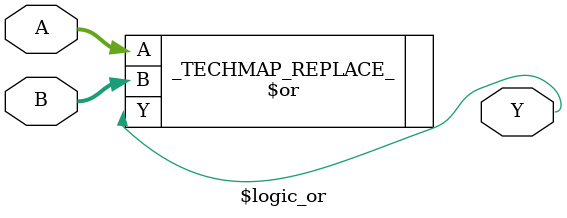
<source format=v>
module \$reduce_bool #(
    parameter A_SIGNED = 0,
    parameter A_WIDTH = 32,
    parameter Y_WIDTH = 1
) (
    input wire[A_WIDTH-1:0] A,
    output wire[Y_WIDTH-1:0] Y
);
    \$reduce_or #(
        .A_WIDTH(A_WIDTH),
        .Y_WIDTH(Y_WIDTH),
        .A_SIGNED(A_SIGNED)
    ) 
    _TECHMAP_REPLACE_ (
        .A(A),
        .Y(Y)
    );
endmodule

module \$logic_not #(
    parameter A_SIGNED = 0,
    parameter A_WIDTH = 32,
    parameter Y_WIDTH = 1
) (
    input wire[A_WIDTH-1:0] A,
    output wire[Y_WIDTH-1:0] Y
);
    \$not #(
        .A_WIDTH(A_WIDTH),
        .Y_WIDTH(Y_WIDTH),
        .A_SIGNED(A_SIGNED)
    ) 
    _TECHMAP_REPLACE_ (
        .A(A),
        .Y(Y)
    );
endmodule

module \$logic_and #(
    parameter A_SIGNED = 0,
    parameter B_SIGNED = 0,
    parameter A_WIDTH = 32,
    parameter B_WIDTH = 32,
    parameter Y_WIDTH = 1
) (
    input wire[A_WIDTH-1:0] A,
    input wire[A_WIDTH-1:0] B,
    output wire[Y_WIDTH-1:0] Y
);
    \$and #(
        .A_SIGNED(A_SIGNED),
        .A_WIDTH(A_WIDTH),
        .B_SIGNED(B_SIGNED),
        .B_WIDTH(B_WIDTH),
        .Y_WIDTH(Y_WIDTH)
    ) 
    _TECHMAP_REPLACE_ (
        .A(A),
        .B(B),
        .Y(Y)
    );
endmodule

module \$logic_or #(
    parameter A_SIGNED = 0,
    parameter A_WIDTH = 32,
    parameter B_SIGNED = 0,
    parameter B_WIDTH = 32,
    parameter Y_WIDTH = 1
) (
    input wire[A_WIDTH-1:0] A,
    input wire[A_WIDTH-1:0] B,
    output wire[Y_WIDTH-1:0] Y
);
    \$or #(
        .A_SIGNED(A_SIGNED),
        .A_WIDTH(A_WIDTH),
        .B_SIGNED(B_SIGNED),
        .B_WIDTH(B_WIDTH),
        .Y_WIDTH(Y_WIDTH)
        ) 
    _TECHMAP_REPLACE_ (
        .A(A),
        .B(B),
        .Y(Y)
    );
endmodule
</source>
